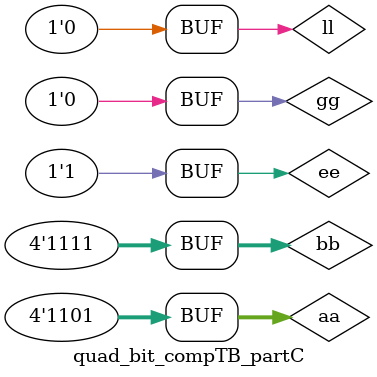
<source format=sv>
`timescale 1ns/1ns
module quad_bit_compTB_partC();
	logic [3:0] aa=4'b1111,bb=4'b1101;
	logic ll=0,ee=1,gg=0;
	wire ltout,eqout,gtout;
	quad_comparator CUT1(aa,bb,ee,ll,gg,gtout,ltout,eqout);
	initial begin
	#500;
	#800 aa=4'b1101;
	#800 aa=4'b1001;
	#800 aa=4'b1101;
	#800 bb=4'b1000;
	#800 bb=4'b1111;
	end
endmodule

</source>
